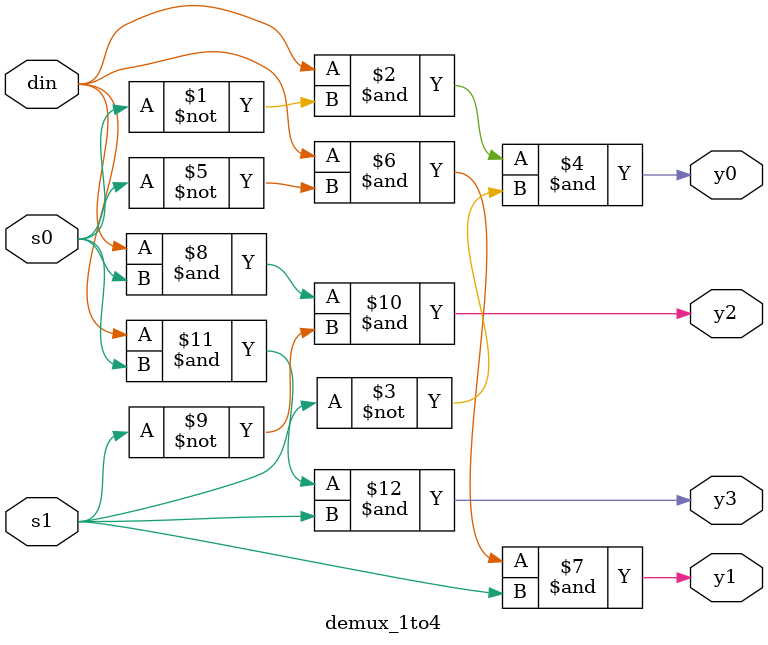
<source format=v>
module demux_1to4(
input wire din,
input wire s0,s1,
output wire y0,y1,y2,y3);
assign y0=din&(~s0)&(~s1);
assign y1= din&(~s0)&(s1);
assign y2=din&(s0)&(~s1);
assign y3=din&(s0)&(s1);
endmodule


</source>
